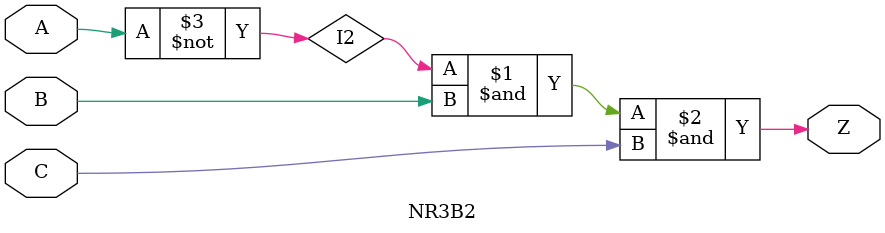
<source format=v>
`resetall
`timescale 1 ns / 100 ps

/* Created by DB2VERILOG Version 1.0.1.1 on Sat May 14 11:10:11 1994 */
/* module compiled from "lsl2db 3.6.4" run */


`celldefine
module  NR3B2   (A, B, C, Z);
input  A, B, C;
output Z;
and INST1 (Z, I2, B, C);
not INST6 (I2, A);

endmodule 
`endcelldefine

</source>
